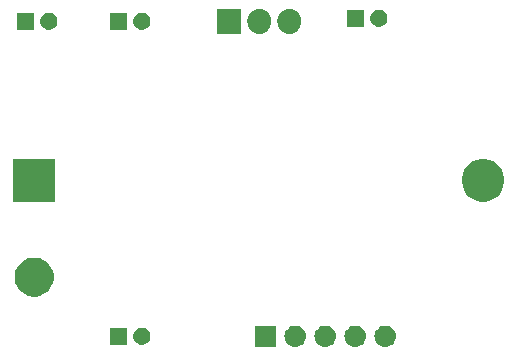
<source format=gbr>
G04 #@! TF.GenerationSoftware,KiCad,Pcbnew,(5.1.2)-2*
G04 #@! TF.CreationDate,2020-08-07T23:42:32+09:00*
G04 #@! TF.ProjectId,IRRemo,49525265-6d6f-42e6-9b69-6361645f7063,rev?*
G04 #@! TF.SameCoordinates,Original*
G04 #@! TF.FileFunction,Soldermask,Bot*
G04 #@! TF.FilePolarity,Negative*
%FSLAX46Y46*%
G04 Gerber Fmt 4.6, Leading zero omitted, Abs format (unit mm)*
G04 Created by KiCad (PCBNEW (5.1.2)-2) date 2020-08-07 23:42:32*
%MOMM*%
%LPD*%
G04 APERTURE LIST*
%ADD10C,0.100000*%
G04 APERTURE END LIST*
D10*
G36*
X134222442Y-125343518D02*
G01*
X134288627Y-125350037D01*
X134458466Y-125401557D01*
X134614991Y-125485222D01*
X134647620Y-125512000D01*
X134752186Y-125597814D01*
X134835448Y-125699271D01*
X134864778Y-125735009D01*
X134948443Y-125891534D01*
X134999963Y-126061373D01*
X135017359Y-126238000D01*
X134999963Y-126414627D01*
X134948443Y-126584466D01*
X134864778Y-126740991D01*
X134835448Y-126776729D01*
X134752186Y-126878186D01*
X134660420Y-126953495D01*
X134614991Y-126990778D01*
X134458466Y-127074443D01*
X134288627Y-127125963D01*
X134222442Y-127132482D01*
X134156260Y-127139000D01*
X134067740Y-127139000D01*
X134001558Y-127132482D01*
X133935373Y-127125963D01*
X133765534Y-127074443D01*
X133609009Y-126990778D01*
X133563580Y-126953495D01*
X133471814Y-126878186D01*
X133388552Y-126776729D01*
X133359222Y-126740991D01*
X133275557Y-126584466D01*
X133224037Y-126414627D01*
X133206641Y-126238000D01*
X133224037Y-126061373D01*
X133275557Y-125891534D01*
X133359222Y-125735009D01*
X133388552Y-125699271D01*
X133471814Y-125597814D01*
X133576380Y-125512000D01*
X133609009Y-125485222D01*
X133765534Y-125401557D01*
X133935373Y-125350037D01*
X134001558Y-125343518D01*
X134067740Y-125337000D01*
X134156260Y-125337000D01*
X134222442Y-125343518D01*
X134222442Y-125343518D01*
G37*
G36*
X131682442Y-125343518D02*
G01*
X131748627Y-125350037D01*
X131918466Y-125401557D01*
X132074991Y-125485222D01*
X132107620Y-125512000D01*
X132212186Y-125597814D01*
X132295448Y-125699271D01*
X132324778Y-125735009D01*
X132408443Y-125891534D01*
X132459963Y-126061373D01*
X132477359Y-126238000D01*
X132459963Y-126414627D01*
X132408443Y-126584466D01*
X132324778Y-126740991D01*
X132295448Y-126776729D01*
X132212186Y-126878186D01*
X132120420Y-126953495D01*
X132074991Y-126990778D01*
X131918466Y-127074443D01*
X131748627Y-127125963D01*
X131682442Y-127132482D01*
X131616260Y-127139000D01*
X131527740Y-127139000D01*
X131461558Y-127132482D01*
X131395373Y-127125963D01*
X131225534Y-127074443D01*
X131069009Y-126990778D01*
X131023580Y-126953495D01*
X130931814Y-126878186D01*
X130848552Y-126776729D01*
X130819222Y-126740991D01*
X130735557Y-126584466D01*
X130684037Y-126414627D01*
X130666641Y-126238000D01*
X130684037Y-126061373D01*
X130735557Y-125891534D01*
X130819222Y-125735009D01*
X130848552Y-125699271D01*
X130931814Y-125597814D01*
X131036380Y-125512000D01*
X131069009Y-125485222D01*
X131225534Y-125401557D01*
X131395373Y-125350037D01*
X131461558Y-125343518D01*
X131527740Y-125337000D01*
X131616260Y-125337000D01*
X131682442Y-125343518D01*
X131682442Y-125343518D01*
G37*
G36*
X129933000Y-127139000D02*
G01*
X128131000Y-127139000D01*
X128131000Y-125337000D01*
X129933000Y-125337000D01*
X129933000Y-127139000D01*
X129933000Y-127139000D01*
G37*
G36*
X139302442Y-125343518D02*
G01*
X139368627Y-125350037D01*
X139538466Y-125401557D01*
X139694991Y-125485222D01*
X139727620Y-125512000D01*
X139832186Y-125597814D01*
X139915448Y-125699271D01*
X139944778Y-125735009D01*
X140028443Y-125891534D01*
X140079963Y-126061373D01*
X140097359Y-126238000D01*
X140079963Y-126414627D01*
X140028443Y-126584466D01*
X139944778Y-126740991D01*
X139915448Y-126776729D01*
X139832186Y-126878186D01*
X139740420Y-126953495D01*
X139694991Y-126990778D01*
X139538466Y-127074443D01*
X139368627Y-127125963D01*
X139302442Y-127132482D01*
X139236260Y-127139000D01*
X139147740Y-127139000D01*
X139081558Y-127132482D01*
X139015373Y-127125963D01*
X138845534Y-127074443D01*
X138689009Y-126990778D01*
X138643580Y-126953495D01*
X138551814Y-126878186D01*
X138468552Y-126776729D01*
X138439222Y-126740991D01*
X138355557Y-126584466D01*
X138304037Y-126414627D01*
X138286641Y-126238000D01*
X138304037Y-126061373D01*
X138355557Y-125891534D01*
X138439222Y-125735009D01*
X138468552Y-125699271D01*
X138551814Y-125597814D01*
X138656380Y-125512000D01*
X138689009Y-125485222D01*
X138845534Y-125401557D01*
X139015373Y-125350037D01*
X139081558Y-125343518D01*
X139147740Y-125337000D01*
X139236260Y-125337000D01*
X139302442Y-125343518D01*
X139302442Y-125343518D01*
G37*
G36*
X136762442Y-125343518D02*
G01*
X136828627Y-125350037D01*
X136998466Y-125401557D01*
X137154991Y-125485222D01*
X137187620Y-125512000D01*
X137292186Y-125597814D01*
X137375448Y-125699271D01*
X137404778Y-125735009D01*
X137488443Y-125891534D01*
X137539963Y-126061373D01*
X137557359Y-126238000D01*
X137539963Y-126414627D01*
X137488443Y-126584466D01*
X137404778Y-126740991D01*
X137375448Y-126776729D01*
X137292186Y-126878186D01*
X137200420Y-126953495D01*
X137154991Y-126990778D01*
X136998466Y-127074443D01*
X136828627Y-127125963D01*
X136762442Y-127132482D01*
X136696260Y-127139000D01*
X136607740Y-127139000D01*
X136541558Y-127132482D01*
X136475373Y-127125963D01*
X136305534Y-127074443D01*
X136149009Y-126990778D01*
X136103580Y-126953495D01*
X136011814Y-126878186D01*
X135928552Y-126776729D01*
X135899222Y-126740991D01*
X135815557Y-126584466D01*
X135764037Y-126414627D01*
X135746641Y-126238000D01*
X135764037Y-126061373D01*
X135815557Y-125891534D01*
X135899222Y-125735009D01*
X135928552Y-125699271D01*
X136011814Y-125597814D01*
X136116380Y-125512000D01*
X136149009Y-125485222D01*
X136305534Y-125401557D01*
X136475373Y-125350037D01*
X136541558Y-125343518D01*
X136607740Y-125337000D01*
X136696260Y-125337000D01*
X136762442Y-125343518D01*
X136762442Y-125343518D01*
G37*
G36*
X117312000Y-126964000D02*
G01*
X115860000Y-126964000D01*
X115860000Y-125512000D01*
X117312000Y-125512000D01*
X117312000Y-126964000D01*
X117312000Y-126964000D01*
G37*
G36*
X118657213Y-125515502D02*
G01*
X118728321Y-125522505D01*
X118865172Y-125564019D01*
X118865175Y-125564020D01*
X118991294Y-125631432D01*
X119101843Y-125722157D01*
X119192568Y-125832706D01*
X119259980Y-125958825D01*
X119259981Y-125958828D01*
X119301495Y-126095679D01*
X119315512Y-126238000D01*
X119301495Y-126380321D01*
X119291088Y-126414627D01*
X119259980Y-126517175D01*
X119192568Y-126643294D01*
X119101843Y-126753843D01*
X118991294Y-126844568D01*
X118865175Y-126911980D01*
X118865172Y-126911981D01*
X118728321Y-126953495D01*
X118657213Y-126960498D01*
X118621660Y-126964000D01*
X118550340Y-126964000D01*
X118514787Y-126960498D01*
X118443679Y-126953495D01*
X118306828Y-126911981D01*
X118306825Y-126911980D01*
X118180706Y-126844568D01*
X118070157Y-126753843D01*
X117979432Y-126643294D01*
X117912020Y-126517175D01*
X117880912Y-126414627D01*
X117870505Y-126380321D01*
X117856488Y-126238000D01*
X117870505Y-126095679D01*
X117912019Y-125958828D01*
X117912020Y-125958825D01*
X117979432Y-125832706D01*
X118070157Y-125722157D01*
X118180706Y-125631432D01*
X118306825Y-125564020D01*
X118306828Y-125564019D01*
X118443679Y-125522505D01*
X118514787Y-125515502D01*
X118550340Y-125512000D01*
X118621660Y-125512000D01*
X118657213Y-125515502D01*
X118657213Y-125515502D01*
G37*
G36*
X109849256Y-119621298D02*
G01*
X109955579Y-119642447D01*
X110256042Y-119766903D01*
X110526451Y-119947585D01*
X110756415Y-120177549D01*
X110937097Y-120447958D01*
X111061553Y-120748421D01*
X111125000Y-121067391D01*
X111125000Y-121392609D01*
X111061553Y-121711579D01*
X110937097Y-122012042D01*
X110756415Y-122282451D01*
X110526451Y-122512415D01*
X110256042Y-122693097D01*
X109955579Y-122817553D01*
X109849256Y-122838702D01*
X109636611Y-122881000D01*
X109311389Y-122881000D01*
X109098744Y-122838702D01*
X108992421Y-122817553D01*
X108691958Y-122693097D01*
X108421549Y-122512415D01*
X108191585Y-122282451D01*
X108010903Y-122012042D01*
X107886447Y-121711579D01*
X107823000Y-121392609D01*
X107823000Y-121067391D01*
X107886447Y-120748421D01*
X108010903Y-120447958D01*
X108191585Y-120177549D01*
X108421549Y-119947585D01*
X108691958Y-119766903D01*
X108992421Y-119642447D01*
X109098744Y-119621298D01*
X109311389Y-119579000D01*
X109636611Y-119579000D01*
X109849256Y-119621298D01*
X109849256Y-119621298D01*
G37*
G36*
X111275000Y-114831000D02*
G01*
X107673000Y-114831000D01*
X107673000Y-111229000D01*
X111275000Y-111229000D01*
X111275000Y-114831000D01*
X111275000Y-114831000D01*
G37*
G36*
X147999331Y-111298211D02*
G01*
X148327092Y-111433974D01*
X148622070Y-111631072D01*
X148872928Y-111881930D01*
X149070026Y-112176908D01*
X149205789Y-112504669D01*
X149275000Y-112852616D01*
X149275000Y-113207384D01*
X149205789Y-113555331D01*
X149070026Y-113883092D01*
X148872928Y-114178070D01*
X148622070Y-114428928D01*
X148327092Y-114626026D01*
X147999331Y-114761789D01*
X147651384Y-114831000D01*
X147296616Y-114831000D01*
X146948669Y-114761789D01*
X146620908Y-114626026D01*
X146325930Y-114428928D01*
X146075072Y-114178070D01*
X145877974Y-113883092D01*
X145742211Y-113555331D01*
X145673000Y-113207384D01*
X145673000Y-112852616D01*
X145742211Y-112504669D01*
X145877974Y-112176908D01*
X146075072Y-111881930D01*
X146325930Y-111631072D01*
X146620908Y-111433974D01*
X146948669Y-111298211D01*
X147296616Y-111229000D01*
X147651384Y-111229000D01*
X147999331Y-111298211D01*
X147999331Y-111298211D01*
G37*
G36*
X131260719Y-98531520D02*
G01*
X131449880Y-98588901D01*
X131449883Y-98588902D01*
X131542333Y-98638318D01*
X131624212Y-98682083D01*
X131777015Y-98807485D01*
X131902417Y-98960288D01*
X131995599Y-99134619D01*
X132052980Y-99323780D01*
X132067500Y-99471206D01*
X132067500Y-99664793D01*
X132052980Y-99812219D01*
X131995599Y-100001380D01*
X131995598Y-100001383D01*
X131951522Y-100083843D01*
X131902417Y-100175712D01*
X131777015Y-100328515D01*
X131624212Y-100453917D01*
X131449881Y-100547099D01*
X131260720Y-100604480D01*
X131064000Y-100623855D01*
X130867281Y-100604480D01*
X130678120Y-100547099D01*
X130503788Y-100453917D01*
X130350985Y-100328515D01*
X130225583Y-100175712D01*
X130132401Y-100001381D01*
X130075020Y-99812220D01*
X130060500Y-99664794D01*
X130060500Y-99471207D01*
X130075020Y-99323781D01*
X130132401Y-99134620D01*
X130132402Y-99134617D01*
X130185742Y-99034825D01*
X130225583Y-98960288D01*
X130350985Y-98807485D01*
X130503788Y-98682083D01*
X130678119Y-98588901D01*
X130867280Y-98531520D01*
X131064000Y-98512145D01*
X131260719Y-98531520D01*
X131260719Y-98531520D01*
G37*
G36*
X128720719Y-98531520D02*
G01*
X128909880Y-98588901D01*
X128909883Y-98588902D01*
X129002333Y-98638318D01*
X129084212Y-98682083D01*
X129237015Y-98807485D01*
X129362417Y-98960288D01*
X129455599Y-99134619D01*
X129512980Y-99323780D01*
X129527500Y-99471206D01*
X129527500Y-99664793D01*
X129512980Y-99812219D01*
X129455599Y-100001380D01*
X129455598Y-100001383D01*
X129411522Y-100083843D01*
X129362417Y-100175712D01*
X129237015Y-100328515D01*
X129084212Y-100453917D01*
X128909881Y-100547099D01*
X128720720Y-100604480D01*
X128524000Y-100623855D01*
X128327281Y-100604480D01*
X128138120Y-100547099D01*
X127963788Y-100453917D01*
X127810985Y-100328515D01*
X127685583Y-100175712D01*
X127592401Y-100001381D01*
X127535020Y-99812220D01*
X127520500Y-99664794D01*
X127520500Y-99471207D01*
X127535020Y-99323781D01*
X127592401Y-99134620D01*
X127592402Y-99134617D01*
X127645742Y-99034825D01*
X127685583Y-98960288D01*
X127810985Y-98807485D01*
X127963788Y-98682083D01*
X128138119Y-98588901D01*
X128327280Y-98531520D01*
X128524000Y-98512145D01*
X128720719Y-98531520D01*
X128720719Y-98531520D01*
G37*
G36*
X126987500Y-100619000D02*
G01*
X124980500Y-100619000D01*
X124980500Y-98517000D01*
X126987500Y-98517000D01*
X126987500Y-100619000D01*
X126987500Y-100619000D01*
G37*
G36*
X118657213Y-98845502D02*
G01*
X118728321Y-98852505D01*
X118865172Y-98894019D01*
X118865175Y-98894020D01*
X118991294Y-98961432D01*
X119101843Y-99052157D01*
X119192568Y-99162706D01*
X119259980Y-99288825D01*
X119259981Y-99288828D01*
X119301495Y-99425679D01*
X119315512Y-99568000D01*
X119301495Y-99710321D01*
X119270584Y-99812218D01*
X119259980Y-99847175D01*
X119192568Y-99973294D01*
X119101843Y-100083843D01*
X118991294Y-100174568D01*
X118865175Y-100241980D01*
X118865172Y-100241981D01*
X118728321Y-100283495D01*
X118657213Y-100290498D01*
X118621660Y-100294000D01*
X118550340Y-100294000D01*
X118514787Y-100290498D01*
X118443679Y-100283495D01*
X118306828Y-100241981D01*
X118306825Y-100241980D01*
X118180706Y-100174568D01*
X118070157Y-100083843D01*
X117979432Y-99973294D01*
X117912020Y-99847175D01*
X117901416Y-99812218D01*
X117870505Y-99710321D01*
X117856488Y-99568000D01*
X117870505Y-99425679D01*
X117912019Y-99288828D01*
X117912020Y-99288825D01*
X117979432Y-99162706D01*
X118070157Y-99052157D01*
X118180706Y-98961432D01*
X118306825Y-98894020D01*
X118306828Y-98894019D01*
X118443679Y-98852505D01*
X118514787Y-98845502D01*
X118550340Y-98842000D01*
X118621660Y-98842000D01*
X118657213Y-98845502D01*
X118657213Y-98845502D01*
G37*
G36*
X117312000Y-100294000D02*
G01*
X115860000Y-100294000D01*
X115860000Y-98842000D01*
X117312000Y-98842000D01*
X117312000Y-100294000D01*
X117312000Y-100294000D01*
G37*
G36*
X109438000Y-100294000D02*
G01*
X107986000Y-100294000D01*
X107986000Y-98842000D01*
X109438000Y-98842000D01*
X109438000Y-100294000D01*
X109438000Y-100294000D01*
G37*
G36*
X110783213Y-98845502D02*
G01*
X110854321Y-98852505D01*
X110991172Y-98894019D01*
X110991175Y-98894020D01*
X111117294Y-98961432D01*
X111227843Y-99052157D01*
X111318568Y-99162706D01*
X111385980Y-99288825D01*
X111385981Y-99288828D01*
X111427495Y-99425679D01*
X111441512Y-99568000D01*
X111427495Y-99710321D01*
X111396584Y-99812218D01*
X111385980Y-99847175D01*
X111318568Y-99973294D01*
X111227843Y-100083843D01*
X111117294Y-100174568D01*
X110991175Y-100241980D01*
X110991172Y-100241981D01*
X110854321Y-100283495D01*
X110783213Y-100290498D01*
X110747660Y-100294000D01*
X110676340Y-100294000D01*
X110640787Y-100290498D01*
X110569679Y-100283495D01*
X110432828Y-100241981D01*
X110432825Y-100241980D01*
X110306706Y-100174568D01*
X110196157Y-100083843D01*
X110105432Y-99973294D01*
X110038020Y-99847175D01*
X110027416Y-99812218D01*
X109996505Y-99710321D01*
X109982488Y-99568000D01*
X109996505Y-99425679D01*
X110038019Y-99288828D01*
X110038020Y-99288825D01*
X110105432Y-99162706D01*
X110196157Y-99052157D01*
X110306706Y-98961432D01*
X110432825Y-98894020D01*
X110432828Y-98894019D01*
X110569679Y-98852505D01*
X110640787Y-98845502D01*
X110676340Y-98842000D01*
X110747660Y-98842000D01*
X110783213Y-98845502D01*
X110783213Y-98845502D01*
G37*
G36*
X137378000Y-100040000D02*
G01*
X135926000Y-100040000D01*
X135926000Y-98588000D01*
X137378000Y-98588000D01*
X137378000Y-100040000D01*
X137378000Y-100040000D01*
G37*
G36*
X138723213Y-98591502D02*
G01*
X138794321Y-98598505D01*
X138931172Y-98640019D01*
X138931175Y-98640020D01*
X139057294Y-98707432D01*
X139167843Y-98798157D01*
X139258568Y-98908706D01*
X139325980Y-99034825D01*
X139325981Y-99034828D01*
X139367495Y-99171679D01*
X139381512Y-99314000D01*
X139367495Y-99456321D01*
X139362979Y-99471207D01*
X139325980Y-99593175D01*
X139258568Y-99719294D01*
X139167843Y-99829843D01*
X139057294Y-99920568D01*
X138931175Y-99987980D01*
X138931172Y-99987981D01*
X138794321Y-100029495D01*
X138723213Y-100036498D01*
X138687660Y-100040000D01*
X138616340Y-100040000D01*
X138580787Y-100036498D01*
X138509679Y-100029495D01*
X138372828Y-99987981D01*
X138372825Y-99987980D01*
X138246706Y-99920568D01*
X138136157Y-99829843D01*
X138045432Y-99719294D01*
X137978020Y-99593175D01*
X137941021Y-99471207D01*
X137936505Y-99456321D01*
X137922488Y-99314000D01*
X137936505Y-99171679D01*
X137978019Y-99034828D01*
X137978020Y-99034825D01*
X138045432Y-98908706D01*
X138136157Y-98798157D01*
X138246706Y-98707432D01*
X138372825Y-98640020D01*
X138372828Y-98640019D01*
X138509679Y-98598505D01*
X138580787Y-98591502D01*
X138616340Y-98588000D01*
X138687660Y-98588000D01*
X138723213Y-98591502D01*
X138723213Y-98591502D01*
G37*
M02*

</source>
